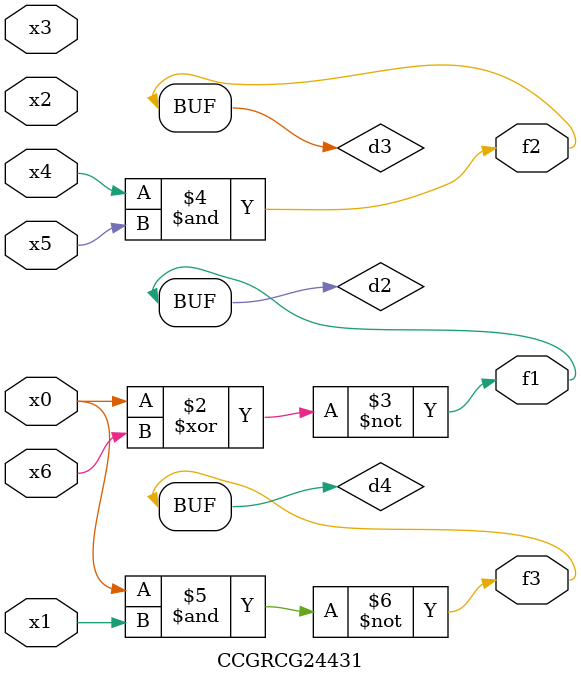
<source format=v>
module CCGRCG24431(
	input x0, x1, x2, x3, x4, x5, x6,
	output f1, f2, f3
);

	wire d1, d2, d3, d4;

	nor (d1, x0);
	xnor (d2, x0, x6);
	and (d3, x4, x5);
	nand (d4, x0, x1);
	assign f1 = d2;
	assign f2 = d3;
	assign f3 = d4;
endmodule

</source>
